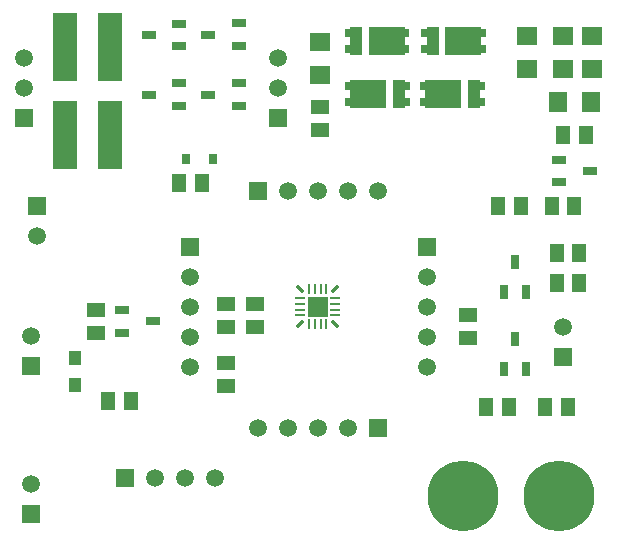
<source format=gbr>
%FSTAX25Y25*%
%MOMM*%
%SFA1B1*%

%IPPOS*%
%AMD23*
4,1,4,-0.139700,0.314960,-0.314960,0.139700,0.139700,-0.314960,0.314960,-0.139700,-0.139700,0.314960,0.0*
1,1,0.250000,-0.228600,0.228600*
1,1,0.250000,0.228600,-0.228600*
%
%AMD27*
4,1,4,-0.314960,-0.139700,-0.139700,-0.314960,0.314960,0.139700,0.139700,0.314960,-0.314960,-0.139700,0.0*
1,1,0.250000,-0.228600,-0.228600*
1,1,0.250000,0.228600,0.228600*
%
%ADD10R,1.299967X1.500117*%
%ADD11R,0.649999X1.199998*%
%ADD12R,1.500117X1.299967*%
%ADD13R,1.199998X0.649999*%
%ADD14R,1.802886X1.599947*%
%ADD15R,1.599947X1.802886*%
%ADD16R,1.100068X1.249928*%
%ADD17R,1.800096X1.599947*%
%ADD18R,0.800098X0.899918*%
%ADD19R,2.150106X5.800078*%
%ADD20R,1.100068X2.400045*%
%ADD21R,3.100064X2.400045*%
%ADD22R,0.800098X0.800098*%
G04~CAMADD=23~3~0.0~0.0~98.4~354.3~0.0~0.0~0~0.0~0.0~0.0~0.0~0~0.0~0.0~0.0~0.0~0~0.0~0.0~0.0~45.0~278.0~278.0*
%ADD23D23*%
%ADD24R,1.699997X1.699997*%
%ADD25O,0.250000X0.899998*%
%ADD26O,0.899998X0.250000*%
G04~CAMADD=27~3~0.0~0.0~98.4~354.3~0.0~0.0~0~0.0~0.0~0.0~0.0~0~0.0~0.0~0.0~0.0~0~0.0~0.0~0.0~135.0~278.0~278.0*
%ADD27D27*%
%ADD32C,5.999988*%
%ADD33R,1.499997X1.499997*%
%ADD34C,1.499997*%
%ADD35R,1.499997X1.499997*%
%LNdevboard_pads_top-1*%
%LPD*%
G54D10*
X498999Y2149998D03*
X4799998D03*
Y2399997D03*
X498999D03*
X4394995Y1099997D03*
X4205003D03*
X4894994D03*
X4705002D03*
X4494994Y2799999D03*
X4305002D03*
X4949997D03*
X4760005D03*
X1794995Y2999999D03*
X1605003D03*
X5044993Y3399998D03*
X4855001D03*
X1005001Y1149997D03*
X1194993D03*
G54D11*
X4354997Y2069998D03*
X4544999D03*
X4449998Y2329997D03*
X4354997Y1419999D03*
X4544999D03*
X4449998Y1679999D03*
G54D12*
X4049999Y1875299D03*
Y1685307D03*
X2794797Y344651D03*
Y3636502D03*
X0899998Y1920295D03*
Y1730303D03*
X1999998Y1470294D03*
Y1280302D03*
Y1969993D03*
Y1780001D03*
X2249698Y1970295D03*
Y1780303D03*
G54D13*
X1607002Y4153999D03*
Y4343999D03*
X1347002Y4248998D03*
X2107003Y4157997D03*
Y4347999D03*
X1847001Y4252998D03*
X4819997Y3194999D03*
Y3004997D03*
X508Y3099998D03*
X1607002Y3649997D03*
Y3839999D03*
X1347002Y3744998D03*
X2107003Y3649997D03*
Y3839999D03*
X1847001Y3744998D03*
X1119997Y1920298D03*
Y1730298D03*
X1379999Y1825299D03*
G54D14*
X4549998Y395781D03*
Y4242188D03*
X4849997D03*
Y395781D03*
X5099999D03*
Y4242188D03*
G54D15*
X4807808Y3679995D03*
X5092186D03*
G54D16*
X0719693Y1282499D03*
Y1517497D03*
G54D17*
X2794797Y3909994D03*
Y4190004D03*
G54D18*
X166199Y3198997D03*
X1892015D03*
G54D19*
X0634497Y3399D03*
X101951D03*
X0634497Y4148998D03*
X101951D03*
G54D20*
X3462197Y3749997D03*
X4099999D03*
X3749692Y4199999D03*
X3099998D03*
G54D21*
X3202178Y3749997D03*
X3839979D03*
X4009712Y4199999D03*
X3360018D03*
G54D22*
X3522192Y3679995D03*
Y3819999D03*
X3042183D03*
Y3679995D03*
X4159991D03*
Y3819999D03*
X3679982D03*
Y3679995D03*
X3689697Y4270001D03*
Y4129996D03*
X4169707D03*
Y4270001D03*
X3040004D03*
Y4129996D03*
X3520013D03*
Y4270001D03*
G54D23*
X2629199Y2097498D03*
X2924197Y1802498D03*
G54D24*
X2776697Y1949998D03*
G54D25*
X2701698Y2097498D03*
X2751698D03*
X2801698D03*
X2851698D03*
Y1802498D03*
X2801698D03*
X2751698D03*
X2701698D03*
G54D26*
X2924197Y2024999D03*
Y1974999D03*
Y1924999D03*
Y1874997D03*
X2629199D03*
Y1924999D03*
Y1974999D03*
Y2024999D03*
G54D27*
X2924197Y2097498D03*
X2629199Y1802498D03*
G54D32*
X4009712Y0349999D03*
X4819997D03*
G54D33*
X4855001Y1526001D03*
X0399999Y2799999D03*
X2444503Y3544999D03*
X0349999Y1449999D03*
Y0195999D03*
X0286999Y3544999D03*
X1699999Y2457998D03*
X3699997D03*
G54D34*
X4855001Y1780001D03*
X1907999Y0499999D03*
X1653999D03*
X1399999D03*
X0399999Y2545999D03*
X2444503Y3798999D03*
Y4052999D03*
X0349999Y1703999D03*
Y0449999D03*
X0286999Y3798999D03*
Y4052999D03*
X3284697Y2925297D03*
X3030697D03*
X2776697D03*
X2522697D03*
X1699999Y1441998D03*
Y1695998D03*
Y1949998D03*
Y2203998D03*
X3699997Y1441998D03*
Y1695998D03*
Y1949998D03*
Y2203998D03*
X2268697Y0925299D03*
X2522697D03*
X2776697D03*
X3030697D03*
G54D35*
X1145999Y0499999D03*
X2268697Y2925297D03*
X3284697Y0925299D03*
M02*
</source>
